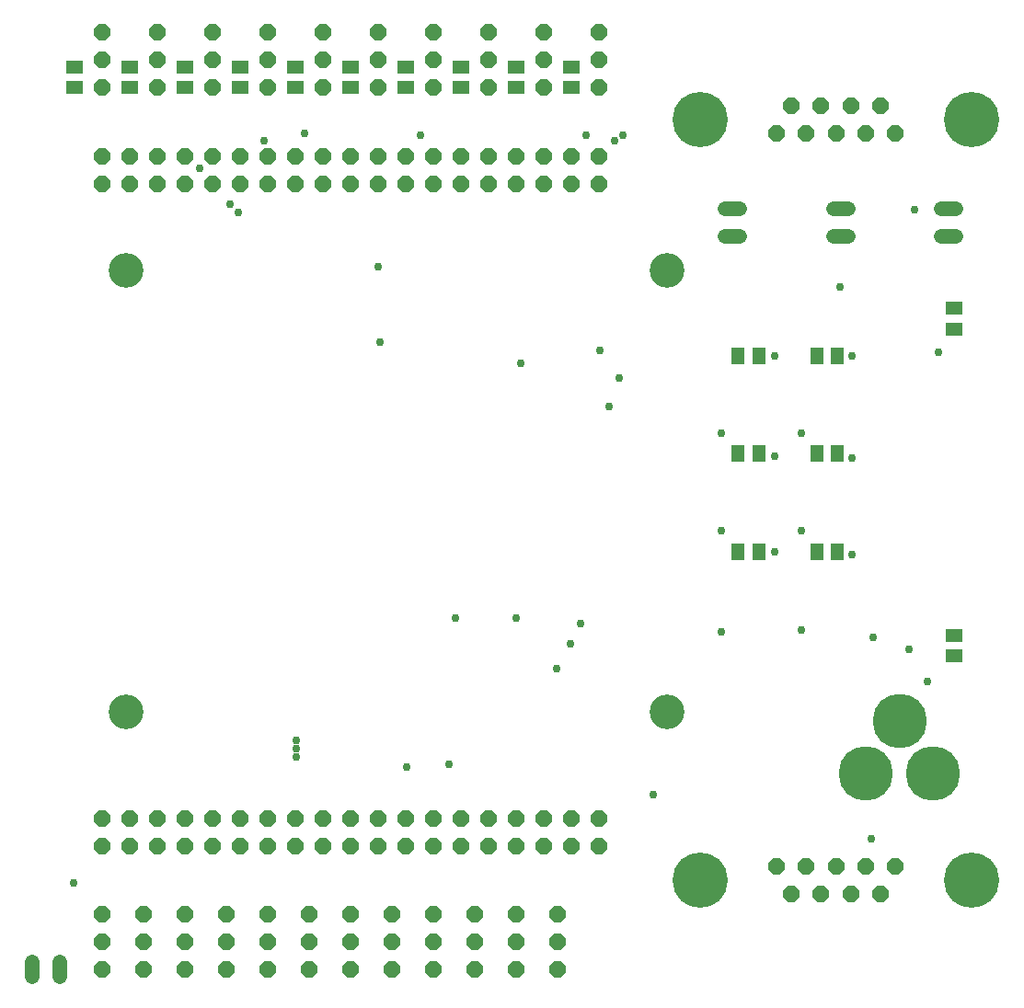
<source format=gbr>
G04 EAGLE Gerber RS-274X export*
G75*
%MOMM*%
%FSLAX34Y34*%
%LPD*%
%INSoldermask Bottom*%
%IPPOS*%
%AMOC8*
5,1,8,0,0,1.08239X$1,22.5*%
G01*
%ADD10C,3.200000*%
%ADD11R,1.500000X1.300000*%
%ADD12P,1.649562X8X22.500000*%
%ADD13C,5.000000*%
%ADD14C,1.371600*%
%ADD15P,1.649562X8X202.500000*%
%ADD16C,5.080000*%
%ADD17P,1.623585X8X112.500000*%
%ADD18P,1.623585X8X292.500000*%
%ADD19R,1.300000X1.500000*%
%ADD20C,0.750000*%


D10*
X107950Y270510D03*
X605780Y270510D03*
X107950Y676910D03*
X605780Y676910D03*
D11*
X518010Y864110D03*
X518010Y845110D03*
X416410Y864110D03*
X416410Y845110D03*
X111610Y864110D03*
X111610Y845110D03*
X162410Y864110D03*
X162410Y845110D03*
X213210Y864110D03*
X213210Y845110D03*
X264010Y864110D03*
X264010Y845110D03*
X314810Y864110D03*
X314810Y845110D03*
X365610Y864110D03*
X365610Y845110D03*
X467210Y864110D03*
X467210Y845110D03*
X60810Y864110D03*
X60810Y845110D03*
D12*
X86210Y147000D03*
X86210Y172400D03*
X111610Y147000D03*
X111610Y172400D03*
X137010Y147000D03*
X137010Y172400D03*
X162410Y147000D03*
X162410Y172400D03*
X187810Y147000D03*
X187810Y172400D03*
X213210Y147000D03*
X213210Y172400D03*
X238610Y147000D03*
X238610Y172400D03*
X264010Y147000D03*
X264010Y172400D03*
X289410Y147000D03*
X289410Y172400D03*
X314810Y147000D03*
X314810Y172400D03*
X340210Y147000D03*
X340210Y172400D03*
X365610Y147000D03*
X365610Y172400D03*
X391010Y147000D03*
X391010Y172400D03*
X416410Y147000D03*
X416410Y172400D03*
X441810Y147000D03*
X441810Y172400D03*
X467210Y147000D03*
X467210Y172400D03*
X492610Y147000D03*
X492610Y172400D03*
X518010Y147000D03*
X518010Y172400D03*
X543410Y147000D03*
X543410Y172400D03*
X86210Y756600D03*
X86210Y782000D03*
X111610Y756600D03*
X111610Y782000D03*
X137010Y756600D03*
X137010Y782000D03*
X162410Y756600D03*
X162410Y782000D03*
X187810Y756600D03*
X187810Y782000D03*
X213210Y756600D03*
X213210Y782000D03*
X238610Y756600D03*
X238610Y782000D03*
X264010Y756600D03*
X264010Y782000D03*
X289410Y756600D03*
X289410Y782000D03*
X314810Y756600D03*
X314810Y782000D03*
X340210Y756600D03*
X340210Y782000D03*
X365610Y756600D03*
X365610Y782000D03*
X391010Y756600D03*
X391010Y782000D03*
X416410Y756600D03*
X416410Y782000D03*
X441810Y756600D03*
X441810Y782000D03*
X467210Y756600D03*
X467210Y782000D03*
X492610Y756600D03*
X492610Y782000D03*
X518010Y756600D03*
X518010Y782000D03*
X543410Y756600D03*
X543410Y782000D03*
D13*
X789070Y213880D03*
X820070Y261880D03*
X850070Y213880D03*
D14*
X772358Y708300D02*
X758642Y708300D01*
X758642Y733700D02*
X772358Y733700D01*
X858142Y708300D02*
X871858Y708300D01*
X871858Y733700D02*
X858142Y733700D01*
D15*
X816034Y128350D03*
X788602Y128350D03*
X761170Y128350D03*
X733738Y128350D03*
X706306Y128350D03*
X802318Y102950D03*
X774886Y102950D03*
X747454Y102950D03*
X720022Y102950D03*
D16*
X886392Y115650D03*
X635948Y115650D03*
D17*
X429100Y33000D03*
X429100Y58400D03*
X429100Y83800D03*
X238600Y33000D03*
X238600Y58400D03*
X238600Y83800D03*
X276700Y33000D03*
X276700Y58400D03*
X276700Y83800D03*
D18*
X340200Y896000D03*
X340200Y870600D03*
X340200Y845200D03*
X289400Y896000D03*
X289400Y870600D03*
X289400Y845200D03*
X86200Y896000D03*
X86200Y870600D03*
X86200Y845200D03*
X391000Y896000D03*
X391000Y870600D03*
X391000Y845200D03*
X238600Y896000D03*
X238600Y870600D03*
X238600Y845200D03*
X187800Y896000D03*
X187800Y870600D03*
X187800Y845200D03*
X137000Y896000D03*
X137000Y870600D03*
X137000Y845200D03*
D15*
X706306Y802560D03*
X733738Y802560D03*
X761170Y802560D03*
X788602Y802560D03*
X816034Y802560D03*
X720022Y827960D03*
X747454Y827960D03*
X774886Y827960D03*
X802318Y827960D03*
D16*
X886392Y815260D03*
X635948Y815260D03*
D17*
X314800Y33000D03*
X314800Y58400D03*
X314800Y83800D03*
X352900Y33000D03*
X352900Y58400D03*
X352900Y83800D03*
X391000Y33000D03*
X391000Y58400D03*
X391000Y83800D03*
D18*
X492600Y896000D03*
X492600Y870600D03*
X492600Y845200D03*
D17*
X124300Y33000D03*
X124300Y58400D03*
X124300Y83800D03*
X200500Y33000D03*
X200500Y58400D03*
X200500Y83800D03*
X86200Y33000D03*
X86200Y58400D03*
X86200Y83800D03*
X162400Y33000D03*
X162400Y58400D03*
X162400Y83800D03*
D18*
X543400Y896000D03*
X543400Y870600D03*
X543400Y845200D03*
X441800Y896000D03*
X441800Y870600D03*
X441800Y845200D03*
D14*
X46640Y40398D02*
X46640Y26682D01*
X21240Y26682D02*
X21240Y40398D01*
X659142Y733700D02*
X672858Y733700D01*
X672858Y708300D02*
X659142Y708300D01*
D17*
X467200Y33000D03*
X467200Y58400D03*
X467200Y83800D03*
X505300Y33000D03*
X505300Y58400D03*
X505300Y83800D03*
D19*
X671220Y417830D03*
X690220Y417830D03*
X671220Y508000D03*
X690220Y508000D03*
X671220Y598170D03*
X690220Y598170D03*
X743610Y598170D03*
X762610Y598170D03*
X743610Y508000D03*
X762610Y508000D03*
X743610Y417830D03*
X762610Y417830D03*
D11*
X869950Y641960D03*
X869950Y622960D03*
X869950Y340970D03*
X869950Y321970D03*
D20*
X704850Y417830D03*
X775970Y415290D03*
X704850Y505460D03*
X775970Y504190D03*
X704850Y598170D03*
X775970Y598170D03*
X845660Y298290D03*
X855450Y601240D03*
X340210Y680400D03*
X341480Y610550D03*
X471020Y591500D03*
X59540Y112649D03*
X795020Y339090D03*
X728980Y345440D03*
X655320Y344170D03*
X655320Y436880D03*
X728980Y436880D03*
X655320Y527050D03*
X728980Y527050D03*
X764540Y661670D03*
X410810Y356870D03*
X466690Y356870D03*
X264160Y228600D03*
X264160Y236220D03*
X264160Y243840D03*
X210820Y730250D03*
X203200Y737870D03*
X175260Y770890D03*
X234950Y796290D03*
X271780Y802640D03*
X561340Y577850D03*
X552450Y551180D03*
X793750Y153670D03*
X378460Y801370D03*
X516890Y332740D03*
X530860Y801370D03*
X525780Y351790D03*
X557530Y796290D03*
X565150Y801370D03*
X405130Y222250D03*
X365760Y219710D03*
X504190Y309880D03*
X543560Y603250D03*
X593090Y194310D03*
X833120Y732790D03*
X828040Y327660D03*
M02*

</source>
